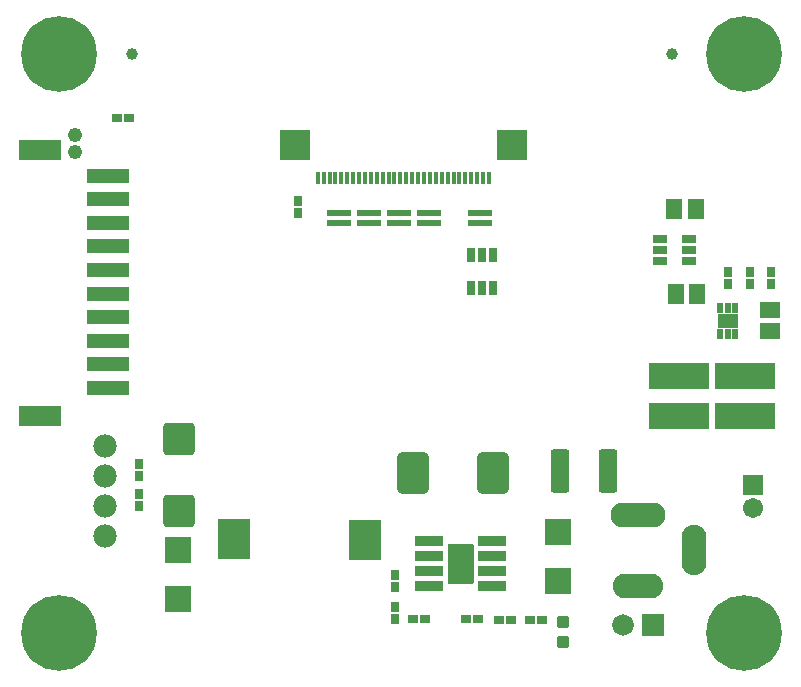
<source format=gts>
G04 Layer_Color=8388736*
%FSLAX25Y25*%
%MOIN*%
G70*
G01*
G75*
G04:AMPARAMS|DCode=69|XSize=39.5mil|YSize=39.5mil|CornerRadius=7.94mil|HoleSize=0mil|Usage=FLASHONLY|Rotation=90.000|XOffset=0mil|YOffset=0mil|HoleType=Round|Shape=RoundedRectangle|*
%AMROUNDEDRECTD69*
21,1,0.03950,0.02362,0,0,90.0*
21,1,0.02362,0.03950,0,0,90.0*
1,1,0.01587,0.01181,0.01181*
1,1,0.01587,0.01181,-0.01181*
1,1,0.01587,-0.01181,-0.01181*
1,1,0.01587,-0.01181,0.01181*
%
%ADD69ROUNDEDRECTD69*%
%ADD70R,0.09500X0.03200*%
%ADD71R,0.08674X0.12611*%
G04:AMPARAMS|DCode=72|XSize=145.79mil|YSize=63.12mil|CornerRadius=10.89mil|HoleSize=0mil|Usage=FLASHONLY|Rotation=90.000|XOffset=0mil|YOffset=0mil|HoleType=Round|Shape=RoundedRectangle|*
%AMROUNDEDRECTD72*
21,1,0.14579,0.04134,0,0,90.0*
21,1,0.12402,0.06312,0,0,90.0*
1,1,0.02178,0.02067,0.06201*
1,1,0.02178,0.02067,-0.06201*
1,1,0.02178,-0.02067,-0.06201*
1,1,0.02178,-0.02067,0.06201*
%
%ADD72ROUNDEDRECTD72*%
%ADD73R,0.20091X0.09068*%
G04:AMPARAMS|DCode=74|XSize=104.46mil|YSize=108.39mil|CornerRadius=13.65mil|HoleSize=0mil|Usage=FLASHONLY|Rotation=180.000|XOffset=0mil|YOffset=0mil|HoleType=Round|Shape=RoundedRectangle|*
%AMROUNDEDRECTD74*
21,1,0.10446,0.08110,0,0,180.0*
21,1,0.07717,0.10839,0,0,180.0*
1,1,0.02729,-0.03858,0.04055*
1,1,0.02729,0.03858,0.04055*
1,1,0.02729,0.03858,-0.04055*
1,1,0.02729,-0.03858,-0.04055*
%
%ADD74ROUNDEDRECTD74*%
%ADD75R,0.11036X0.13398*%
%ADD76R,0.08674X0.08674*%
G04:AMPARAMS|DCode=77|XSize=106.42mil|YSize=137.92mil|CornerRadius=16.3mil|HoleSize=0mil|Usage=FLASHONLY|Rotation=180.000|XOffset=0mil|YOffset=0mil|HoleType=Round|Shape=RoundedRectangle|*
%AMROUNDEDRECTD77*
21,1,0.10642,0.10531,0,0,180.0*
21,1,0.07382,0.13792,0,0,180.0*
1,1,0.03261,-0.03691,0.05266*
1,1,0.03261,0.03691,0.05266*
1,1,0.03261,0.03691,-0.05266*
1,1,0.03261,-0.03691,-0.05266*
%
%ADD77ROUNDEDRECTD77*%
%ADD78R,0.03300X0.03162*%
%ADD79R,0.02800X0.03300*%
%ADD80R,0.01981X0.01981*%
%ADD81R,0.01784X0.03950*%
%ADD82R,0.10249X0.10249*%
%ADD83R,0.05131X0.03162*%
%ADD84R,0.03162X0.03300*%
%ADD85R,0.01981X0.03556*%
%ADD86R,0.07099X0.04737*%
%ADD87R,0.05524X0.06706*%
%ADD88R,0.14186X0.06706*%
%ADD89R,0.14186X0.04737*%
%ADD90R,0.06706X0.05524*%
%ADD91R,0.03300X0.02800*%
%ADD92R,0.02800X0.04800*%
%ADD93C,0.03950*%
%ADD94R,0.03200X0.03200*%
%ADD95C,0.07800*%
%ADD96C,0.07200*%
%ADD97O,0.18300X0.08300*%
%ADD98O,0.16800X0.08300*%
%ADD99R,0.07200X0.07200*%
%ADD100O,0.08300X0.16800*%
%ADD101C,0.06706*%
%ADD102R,0.06706X0.06706*%
%ADD103C,0.25210*%
%ADD104C,0.04800*%
D69*
X181300Y10453D02*
D03*
Y17146D02*
D03*
D70*
X157497Y44087D02*
D03*
Y39087D02*
D03*
Y34087D02*
D03*
Y29087D02*
D03*
X136567Y44087D02*
D03*
Y39087D02*
D03*
Y34087D02*
D03*
Y29087D02*
D03*
D71*
X147197Y36497D02*
D03*
D72*
X180229Y67700D02*
D03*
X196371D02*
D03*
D73*
X220000Y85807D02*
D03*
Y99193D02*
D03*
X241800Y85807D02*
D03*
Y99193D02*
D03*
D74*
X53200Y54391D02*
D03*
Y78210D02*
D03*
D75*
X71699Y44994D02*
D03*
X115400Y44600D02*
D03*
D76*
X179700Y30900D02*
D03*
Y47400D02*
D03*
X53030Y24758D02*
D03*
Y41258D02*
D03*
D77*
X157986Y66800D02*
D03*
X131214D02*
D03*
D78*
X160100Y18000D02*
D03*
X164100D02*
D03*
X131200Y18400D02*
D03*
X135200D02*
D03*
X148800Y18100D02*
D03*
X152800D02*
D03*
X170290Y17770D02*
D03*
X174290D02*
D03*
D79*
X93000Y153500D02*
D03*
Y157500D02*
D03*
X236200Y129800D02*
D03*
Y133800D02*
D03*
X250500Y129800D02*
D03*
Y133800D02*
D03*
X125300Y28900D02*
D03*
Y32900D02*
D03*
X125300Y18300D02*
D03*
Y22300D02*
D03*
D80*
X103547Y150327D02*
D03*
Y153673D02*
D03*
X105516Y150327D02*
D03*
X107484D02*
D03*
Y153673D02*
D03*
X105516D02*
D03*
X109453Y150327D02*
D03*
Y153673D02*
D03*
X133547Y150327D02*
D03*
Y153673D02*
D03*
X135516Y150327D02*
D03*
X137484D02*
D03*
Y153673D02*
D03*
X135516D02*
D03*
X139453Y150327D02*
D03*
Y153673D02*
D03*
X113547Y150327D02*
D03*
Y153673D02*
D03*
X115516Y150327D02*
D03*
X117484D02*
D03*
Y153673D02*
D03*
X115516D02*
D03*
X119453Y150327D02*
D03*
Y153673D02*
D03*
X123547Y150327D02*
D03*
Y153673D02*
D03*
X125516Y150327D02*
D03*
X127484D02*
D03*
Y153673D02*
D03*
X125516D02*
D03*
X129453Y150327D02*
D03*
Y153673D02*
D03*
X150547Y150327D02*
D03*
Y153673D02*
D03*
X152516Y150327D02*
D03*
X154484D02*
D03*
Y153673D02*
D03*
X152516D02*
D03*
X156453Y150327D02*
D03*
Y153673D02*
D03*
D81*
X105420Y165227D02*
D03*
X107388D02*
D03*
X99514D02*
D03*
X103451D02*
D03*
X101483D02*
D03*
X121168D02*
D03*
X123136D02*
D03*
X109357D02*
D03*
X119199D02*
D03*
X111325D02*
D03*
X113294D02*
D03*
X115262D02*
D03*
X117231D02*
D03*
X131010D02*
D03*
X132979D02*
D03*
X125105D02*
D03*
X129042D02*
D03*
X127073D02*
D03*
X140853D02*
D03*
X142821D02*
D03*
X134947D02*
D03*
X138884D02*
D03*
X136916D02*
D03*
X150695D02*
D03*
X152664D02*
D03*
X144790D02*
D03*
X148727D02*
D03*
X146758D02*
D03*
X154632D02*
D03*
X156601D02*
D03*
D82*
X91800Y176200D02*
D03*
X164363D02*
D03*
D83*
X213676Y137460D02*
D03*
Y141200D02*
D03*
Y144940D02*
D03*
X223124Y141200D02*
D03*
Y137460D02*
D03*
Y144940D02*
D03*
D84*
X243500Y129800D02*
D03*
Y133800D02*
D03*
X40000Y56000D02*
D03*
Y60000D02*
D03*
Y66000D02*
D03*
Y70000D02*
D03*
D85*
X233641Y113369D02*
D03*
Y122031D02*
D03*
X236200D02*
D03*
Y113369D02*
D03*
X238759D02*
D03*
Y122031D02*
D03*
D86*
X236200Y117700D02*
D03*
D87*
X218356Y154900D02*
D03*
X225443D02*
D03*
X218856Y126700D02*
D03*
X225943D02*
D03*
D88*
X7059Y86079D02*
D03*
Y174661D02*
D03*
D89*
X29563Y134622D02*
D03*
Y142496D02*
D03*
X29500Y166000D02*
D03*
X29563Y111000D02*
D03*
Y95252D02*
D03*
Y103126D02*
D03*
Y150370D02*
D03*
Y158244D02*
D03*
Y118874D02*
D03*
Y126748D02*
D03*
D90*
X250400Y114257D02*
D03*
Y121344D02*
D03*
D91*
X32500Y185100D02*
D03*
X36500D02*
D03*
D92*
X150500Y139500D02*
D03*
X154200Y128500D02*
D03*
X158000Y128500D02*
D03*
X150500D02*
D03*
X158000Y139500D02*
D03*
X154240Y139441D02*
D03*
D93*
X37600Y206500D02*
D03*
X217600D02*
D03*
D94*
X149706Y41506D02*
D03*
X147206D02*
D03*
X149706Y39007D02*
D03*
X147206D02*
D03*
X149706Y36507D02*
D03*
X147206D02*
D03*
X149706Y34007D02*
D03*
X147206D02*
D03*
X149706Y31506D02*
D03*
X147206D02*
D03*
X144706Y41506D02*
D03*
Y36507D02*
D03*
Y39007D02*
D03*
Y31506D02*
D03*
Y34007D02*
D03*
D95*
X28500Y76000D02*
D03*
Y56000D02*
D03*
Y66000D02*
D03*
Y46000D02*
D03*
D96*
X201300Y16085D02*
D03*
D97*
X206300Y53022D02*
D03*
D98*
Y29400D02*
D03*
D99*
X211300Y16085D02*
D03*
D100*
X224804Y41211D02*
D03*
D101*
X244500Y55126D02*
D03*
D102*
Y63000D02*
D03*
D103*
X13327Y206557D02*
D03*
X241673D02*
D03*
Y13643D02*
D03*
X13327D02*
D03*
D104*
X18500Y179500D02*
D03*
Y174000D02*
D03*
M02*

</source>
